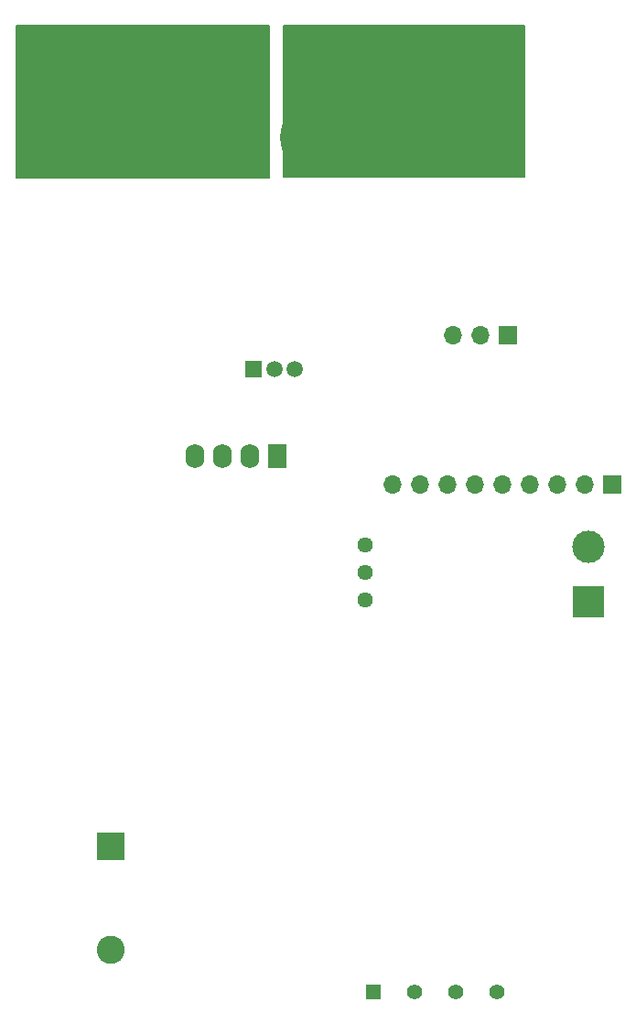
<source format=gbr>
%TF.GenerationSoftware,KiCad,Pcbnew,7.0.11-7.0.11~ubuntu20.04.1*%
%TF.CreationDate,2024-08-15T08:53:24+02:00*%
%TF.ProjectId,diyBMS_CurrentVoltage_ADS1115,64697942-4d53-45f4-9375-7272656e7456,rev?*%
%TF.SameCoordinates,Original*%
%TF.FileFunction,Soldermask,Bot*%
%TF.FilePolarity,Negative*%
%FSLAX46Y46*%
G04 Gerber Fmt 4.6, Leading zero omitted, Abs format (unit mm)*
G04 Created by KiCad (PCBNEW 7.0.11-7.0.11~ubuntu20.04.1) date 2024-08-15 08:53:24*
%MOMM*%
%LPD*%
G01*
G04 APERTURE LIST*
G04 Aperture macros list*
%AMHorizOval*
0 Thick line with rounded ends*
0 $1 width*
0 $2 $3 position (X,Y) of the first rounded end (center of the circle)*
0 $4 $5 position (X,Y) of the second rounded end (center of the circle)*
0 Add line between two ends*
20,1,$1,$2,$3,$4,$5,0*
0 Add two circle primitives to create the rounded ends*
1,1,$1,$2,$3*
1,1,$1,$4,$5*%
G04 Aperture macros list end*
%ADD10C,0.200000*%
%ADD11C,0.150000*%
%ADD12R,1.400000X1.400000*%
%ADD13C,1.400000*%
%ADD14R,1.700000X1.700000*%
%ADD15O,1.700000X1.700000*%
%ADD16C,3.200000*%
%ADD17R,2.600000X2.600000*%
%ADD18C,2.600000*%
%ADD19R,1.500000X1.500000*%
%ADD20C,1.500000*%
%ADD21HorizOval,0.800000X0.000000X0.000000X0.000000X0.000000X0*%
%ADD22HorizOval,0.800000X0.000000X0.000000X0.000000X0.000000X0*%
%ADD23C,0.800000*%
%ADD24O,9.000000X6.000000*%
%ADD25R,3.000000X3.000000*%
%ADD26C,3.000000*%
%ADD27C,1.440000*%
%ADD28R,1.750000X2.250000*%
%ADD29O,1.750000X2.250000*%
G04 APERTURE END LIST*
D10*
X24130000Y-7620000D02*
X47498000Y-7620000D01*
X47498000Y-21711000D01*
X24130000Y-21711000D01*
X24130000Y-7620000D01*
G36*
X24130000Y-7620000D02*
G01*
X47498000Y-7620000D01*
X47498000Y-21711000D01*
X24130000Y-21711000D01*
X24130000Y-7620000D01*
G37*
D11*
X48895000Y-7620000D02*
X71120000Y-7620000D01*
X71120000Y-21590000D01*
X48895000Y-21590000D01*
X48895000Y-7620000D01*
G36*
X48895000Y-7620000D02*
G01*
X71120000Y-7620000D01*
X71120000Y-21590000D01*
X48895000Y-21590000D01*
X48895000Y-7620000D01*
G37*
D12*
%TO.C,J3*%
X57194000Y-96950000D03*
D13*
X61004000Y-96950000D03*
X64814000Y-96950000D03*
X68624000Y-96950000D03*
%TD*%
D14*
%TO.C,J8*%
X69596000Y-36195000D03*
D15*
X67056000Y-36195000D03*
X64516000Y-36195000D03*
%TD*%
D16*
%TO.C,J5*%
X35931000Y-9783000D03*
X31496000Y-9783000D03*
X27061000Y-9783000D03*
X35931000Y-14218000D03*
X31496000Y-14218000D03*
X27061000Y-14218000D03*
X35931000Y-18653000D03*
X31496000Y-18653000D03*
X27061000Y-18653000D03*
%TD*%
D14*
%TO.C,J2*%
X79248000Y-50038000D03*
D15*
X76708000Y-50038000D03*
X74168000Y-50038000D03*
X71628000Y-50038000D03*
X69088000Y-50038000D03*
X66548000Y-50038000D03*
X64008000Y-50038000D03*
X61468000Y-50038000D03*
X58928000Y-50038000D03*
%TD*%
D17*
%TO.C,J7*%
X32865000Y-83505000D03*
D18*
X32865000Y-93025000D03*
%TD*%
D19*
%TO.C,U3*%
X46106000Y-39378000D03*
D20*
X48016000Y-39378000D03*
X49926000Y-39378000D03*
D21*
X49066000Y-17348000D03*
D22*
X49066000Y-18608000D03*
D23*
X49816000Y-16318000D03*
X49816000Y-19638000D03*
X51016000Y-15928000D03*
X51016000Y-20028000D03*
X52346000Y-15928000D03*
X52346000Y-20028000D03*
D24*
X53016000Y-17978000D03*
D23*
X53686000Y-15928000D03*
X53686000Y-20028000D03*
X55016000Y-15928000D03*
X55016000Y-20028000D03*
X56216000Y-16318000D03*
X56216000Y-19638000D03*
X56966000Y-17348000D03*
X56966000Y-18608000D03*
X39066000Y-17348000D03*
X39066000Y-18608000D03*
X39816000Y-16318000D03*
X39816000Y-19638000D03*
X41016000Y-15928000D03*
X41016000Y-20028000D03*
X42346000Y-15928000D03*
X42346000Y-20028000D03*
D24*
X43016000Y-17978000D03*
D23*
X43686000Y-15928000D03*
X43686000Y-20028000D03*
X45016000Y-15928000D03*
X45016000Y-20028000D03*
X46216000Y-16318000D03*
X46216000Y-19638000D03*
D22*
X46966000Y-17348000D03*
D21*
X46966000Y-18608000D03*
%TD*%
D25*
%TO.C,J6*%
X77089000Y-60833000D03*
D26*
X77089000Y-55753000D03*
%TD*%
D27*
%TO.C,RV1*%
X56406000Y-55616000D03*
X56406000Y-58156000D03*
X56406000Y-60696000D03*
%TD*%
D16*
%TO.C,J4*%
X68961000Y-9783000D03*
X64526000Y-9783000D03*
X60091000Y-9783000D03*
X68961000Y-14218000D03*
X64526000Y-14218000D03*
X60091000Y-14218000D03*
X68961000Y-18653000D03*
X64526000Y-18653000D03*
X60091000Y-18653000D03*
%TD*%
D28*
%TO.C,PS1*%
X48260000Y-47433500D03*
D29*
X45720000Y-47433500D03*
X43180000Y-47433500D03*
X40640000Y-47433500D03*
%TD*%
M02*

</source>
